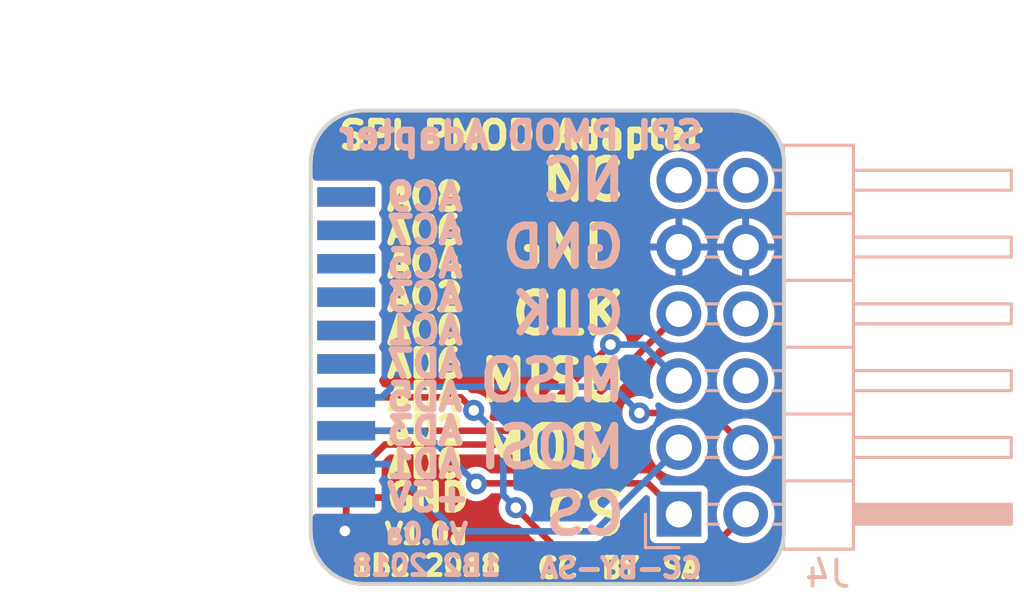
<source format=kicad_pcb>
(kicad_pcb (version 20221018) (generator pcbnew)
  (title_block (title "ftdi spi pmod adapter") (rev "V1.0a") (company "1BitSquared") (comment 1 "2018 (C) 1BitSquared <info@1bitsquared.com>") (comment 2 "2018 (C) Piotr Esden-Tempski <piotr@esden.net>") (comment 3 "License: CC-BY-SA 4.0"))
  (layers (0 "F.Cu" signal) (31 "B.Cu" signal) (34 "B.Paste" user) (35 "F.Paste" user) (36 "B.SilkS" user "B.Silkscreen") (37 "F.SilkS" user "F.Silkscreen") (38 "B.Mask" user) (39 "F.Mask" user) (44 "Edge.Cuts" user))
  (net 0 "")
  (net 1 "GND")
  (net 2 "+5V")
  (net 3 "/DO")
  (net 4 "/CS")
  (net 5 "/GPIOL1")
  (net 6 "/GPIOL3")
  (net 7 "/SK")
  (net 8 "/DI")
  (net 9 "/GPIOL0")
  (net 10 "/GPIOL2")
  (net 11 "/GPIOH0")
  (net 12 "/GPIOH2")
  (net 13 "/GPIOH4")
  (net 14 "/GPIOH6")
  (net 15 "/GPIOH8")
  (net 16 "/GPIOH1")
  (net 17 "/GPIOH3")
  (net 18 "/GPIOH5")
  (net 19 "/GPIOH7")
  (net 20 "/GPIOH9")
  (net 21 "Net-(J4-Pad6)")
  (net 22 "Net-(J4-Pad8)")
  (net 23 "Net-(J4-Pad11)")
  (net 24 "Net-(J4-Pad12)")
  (footprint "pkl_samtec:FTSH-EDGE-20pin" (layer "B.Cu") (at 30 44 90)
    (fp_text reference "J1")
    (fp_text value "Conn")
    (pad "1" smd rect (at -5.715 1.35 90) (size 0.74 2.2) (layers "B.Cu" "B.Paste" "B.Mask") (net 2 "+5V"))
    (pad "2" smd rect (at -5.715 1.35 90) (size 0.74 2.2) (layers "F.Cu" "F.Paste" "F.Mask") (net 1 "GND"))
    (pad "3" smd rect (at -4.445 1.35 90) (size 0.74 2.2) (layers "B.Cu" "B.Paste" "B.Mask") (net 3 "/DO"))
    (pad "4" smd rect (at -4.445 1.35 90) (size 0.74 2.2) (layers "F.Cu" "F.Paste" "F.Mask") (net 7 "/SK"))
    (pad "5" smd rect (at -3.175 1.35 90) (size 0.74 2.2) (layers "B.Cu" "B.Paste" "B.Mask") (net 4 "/CS"))
    (pad "6" smd rect (at -3.175 1.35 90) (size 0.74 2.2) (layers "F.Cu" "F.Paste" "F.Mask") (net 8 "/DI"))
    (pad "7" smd rect (at -1.905 1.35 90) (size 0.74 2.2) (layers "B.Cu" "B.Paste" "B.Mask") (net 5 "/GPIOL1"))
    (pad "8" smd rect (at -1.905 1.35 90) (size 0.74 2.2) (layers "F.Cu" "F.Paste" "F.Mask") (net 9 "/GPIOL0"))
    (pad "9" smd rect (at -0.635 1.35 90) (size 0.74 2.2) (layers "B.Cu" "B.Paste" "B.Mask") (net 6 "/GPIOL3"))
    (pad "10" smd rect (at -0.635 1.35 90) (size 0.74 2.2) (layers "F.Cu" "F.Paste" "F.Mask") (net 10 "/GPIOL2"))
    (pad "11" smd rect (at 0.635 1.35 90) (size 0.74 2.2) (layers "B.Cu" "B.Paste" "B.Mask") (net 16 "/GPIOH1"))
    (pad "12" smd rect (at 0.635 1.35 90) (size 0.74 2.2) (layers "F.Cu" "F.Paste" "F.Mask") (net 11 "/GPIOH0"))
    (pad "13" smd rect (at 1.905 1.35 90) (size 0.74 2.2) (layers "B.Cu" "B.Paste" "B.Mask") (net 17 "/GPIOH3"))
    (pad "14" smd rect (at 1.905 1.35 90) (size 0.74 2.2) (layers "F.Cu" "F.Paste" "F.Mask") (net 12 "/GPIOH2"))
    (pad "15" smd rect (at 3.175 1.35 90) (size 0.74 2.2) (layers "B.Cu" "B.Paste" "B.Mask") (net 18 "/GPIOH5"))
    (pad "16" smd rect (at 3.175 1.35 90) (size 0.74 2.2) (layers "F.Cu" "F.Paste" "F.Mask") (net 13 "/GPIOH4"))
    (pad "17" smd rect (at 4.445 1.35 90) (size 0.74 2.2) (layers "B.Cu" "B.Paste" "B.Mask") (net 19 "/GPIOH7"))
    (pad "18" smd rect (at 4.445 1.35 90) (size 0.74 2.2) (layers "F.Cu" "F.Paste" "F.Mask") (net 14 "/GPIOH6"))
    (pad "19" smd rect (at 5.715 1.35 90) (size 0.74 2.2) (layers "B.Cu" "B.Paste" "B.Mask") (net 20 "/GPIOH9"))
    (pad "20" smd rect (at 5.715 1.35 90) (size 0.74 2.2) (layers "F.Cu" "F.Paste" "F.Mask") (net 15 "/GPIOH8"))
  )
  (footprint "Connector_PinHeader_2.54mm:PinHeader_2x06_P2.54mm_Horizontal" (layer "B.Cu") (at 44 50.35)
    (fp_text reference "J4" (at 5.655 2.27) (layer "B.SilkS") (effects (justify mirror)))
    (fp_text value "PMOD")
    (fp_line (start -1.27 0) (end -1.27 1.27) (stroke (width 0.12)) (layer "B.SilkS"))
    (fp_line (start -1.27 1.27) (end 0 1.27) (stroke (width 0.12)) (layer "B.SilkS"))
    (fp_line (start 1.042929 -13.08) (end 1.497071 -13.08) (stroke (width 0.12)) (layer "B.SilkS"))
    (fp_line (start 1.042929 -12.32) (end 1.497071 -12.32) (stroke (width 0.12)) (layer "B.SilkS"))
    (fp_line (start 1.042929 -10.54) (end 1.497071 -10.54) (stroke (width 0.12)) (layer "B.SilkS"))
    (fp_line (start 1.042929 -9.78) (end 1.497071 -9.78) (stroke (width 0.12)) (layer "B.SilkS"))
    (fp_line (start 1.042929 -8) (end 1.497071 -8) (stroke (width 0.12)) (layer "B.SilkS"))
    (fp_line (start 1.042929 -7.24) (end 1.497071 -7.24) (stroke (width 0.12)) (layer "B.SilkS"))
    (fp_line (start 1.042929 -5.46) (end 1.497071 -5.46) (stroke (width 0.12)) (layer "B.SilkS"))
    (fp_line (start 1.042929 -4.7) (end 1.497071 -4.7) (stroke (width 0.12)) (layer "B.SilkS"))
    (fp_line (start 1.042929 -2.92) (end 1.497071 -2.92) (stroke (width 0.12)) (layer "B.SilkS"))
    (fp_line (start 1.042929 -2.16) (end 1.497071 -2.16) (stroke (width 0.12)) (layer "B.SilkS"))
    (fp_line (start 1.11 -0.38) (end 1.497071 -0.38) (stroke (width 0.12)) (layer "B.SilkS"))
    (fp_line (start 1.11 0.38) (end 1.497071 0.38) (stroke (width 0.12)) (layer "B.SilkS"))
    (fp_line (start 3.582929 -13.08) (end 3.98 -13.08) (stroke (width 0.12)) (layer "B.SilkS"))
    (fp_line (start 3.582929 -12.32) (end 3.98 -12.32) (stroke (width 0.12)) (layer "B.SilkS"))
    (fp_line (start 3.582929 -10.54) (end 3.98 -10.54) (stroke (width 0.12)) (layer "B.SilkS"))
    (fp_line (start 3.582929 -9.78) (end 3.98 -9.78) (stroke (width 0.12)) (layer "B.SilkS"))
    (fp_line (start 3.582929 -8) (end 3.98 -8) (stroke (width 0.12)) (layer "B.SilkS"))
    (fp_line (start 3.582929 -7.24) (end 3.98 -7.24) (stroke (width 0.12)) (layer "B.SilkS"))
    (fp_line (start 3.582929 -5.46) (end 3.98 -5.46) (stroke (width 0.12)) (layer "B.SilkS"))
    (fp_line (start 3.582929 -4.7) (end 3.98 -4.7) (stroke (width 0.12)) (layer "B.SilkS"))
    (fp_line (start 3.582929 -2.92) (end 3.98 -2.92) (stroke (width 0.12)) (layer "B.SilkS"))
    (fp_line (start 3.582929 -2.16) (end 3.98 -2.16) (stroke (width 0.12)) (layer "B.SilkS"))
    (fp_line (start 3.582929 -0.38) (end 3.98 -0.38) (stroke (width 0.12)) (layer "B.SilkS"))
    (fp_line (start 3.582929 0.38) (end 3.98 0.38) (stroke (width 0.12)) (layer "B.SilkS"))
    (fp_line (start 3.98 -14.03) (end 6.64 -14.03) (stroke (width 0.12)) (layer "B.SilkS"))
    (fp_line (start 3.98 -11.43) (end 6.64 -11.43) (stroke (width 0.12)) (layer "B.SilkS"))
    (fp_line (start 3.98 -8.89) (end 6.64 -8.89) (stroke (width 0.12)) (layer "B.SilkS"))
    (fp_line (start 3.98 -6.35) (end 6.64 -6.35) (stroke (width 0.12)) (layer "B.SilkS"))
    (fp_line (start 3.98 -3.81) (end 6.64 -3.81) (stroke (width 0.12)) (layer "B.SilkS"))
    (fp_line (start 3.98 -1.27) (end 6.64 -1.27) (stroke (width 0.12)) (layer "B.SilkS"))
    (fp_line (start 3.98 1.33) (end 3.98 -14.03) (stroke (width 0.12)) (layer "B.SilkS"))
    (fp_line (start 6.64 -14.03) (end 6.64 1.33) (stroke (width 0.12)) (layer "B.SilkS"))
    (fp_line (start 6.64 -12.32) (end 12.64 -12.32) (stroke (width 0.12)) (layer "B.SilkS"))
    (fp_line (start 6.64 -9.78) (end 12.64 -9.78) (stroke (width 0.12)) (layer "B.SilkS"))
    (fp_line (start 6.64 -7.24) (end 12.64 -7.24) (stroke (width 0.12)) (layer "B.SilkS"))
    (fp_line (start 6.64 -4.7) (end 12.64 -4.7) (stroke (width 0.12)) (layer "B.SilkS"))
    (fp_line (start 6.64 -2.16) (end 12.64 -2.16) (stroke (width 0.12)) (layer "B.SilkS"))
    (fp_line (start 6.64 -0.28) (end 12.64 -0.28) (stroke (width 0.12)) (layer "B.SilkS"))
    (fp_line (start 6.64 -0.16) (end 12.64 -0.16) (stroke (width 0.12)) (layer "B.SilkS"))
    (fp_line (start 6.64 -0.04) (end 12.64 -0.04) (stroke (width 0.12)) (layer "B.SilkS"))
    (fp_line (start 6.64 0.08) (end 12.64 0.08) (stroke (width 0.12)) (layer "B.SilkS"))
    (fp_line (start 6.64 0.2) (end 12.64 0.2) (stroke (width 0.12)) (layer "B.SilkS"))
    (fp_line (start 6.64 0.32) (end 12.64 0.32) (stroke (width 0.12)) (layer "B.SilkS"))
    (fp_line (start 6.64 0.38) (end 12.64 0.38) (stroke (width 0.12)) (layer "B.SilkS"))
    (fp_line (start 6.64 1.33) (end 3.98 1.33) (stroke (width 0.12)) (layer "B.SilkS"))
    (fp_line (start 12.64 -13.08) (end 6.64 -13.08) (stroke (width 0.12)) (layer "B.SilkS"))
    (fp_line (start 12.64 -12.32) (end 12.64 -13.08) (stroke (width 0.12)) (layer "B.SilkS"))
    (fp_line (start 12.64 -10.54) (end 6.64 -10.54) (stroke (width 0.12)) (layer "B.SilkS"))
    (fp_line (start 12.64 -9.78) (end 12.64 -10.54) (stroke (width 0.12)) (layer "B.SilkS"))
    (fp_line (start 12.64 -8) (end 6.64 -8) (stroke (width 0.12)) (layer "B.SilkS"))
    (fp_line (start 12.64 -7.24) (end 12.64 -8) (stroke (width 0.12)) (layer "B.SilkS"))
    (fp_line (start 12.64 -5.46) (end 6.64 -5.46) (stroke (width 0.12)) (layer "B.SilkS"))
    (fp_line (start 12.64 -4.7) (end 12.64 -5.46) (stroke (width 0.12)) (layer "B.SilkS"))
    (fp_line (start 12.64 -2.92) (end 6.64 -2.92) (stroke (width 0.12)) (layer "B.SilkS"))
    (fp_line (start 12.64 -2.16) (end 12.64 -2.92) (stroke (width 0.12)) (layer "B.SilkS"))
    (fp_line (start 12.64 -0.38) (end 6.64 -0.38) (stroke (width 0.12)) (layer "B.SilkS"))
    (fp_line (start 12.64 0.38) (end 12.64 -0.38) (stroke (width 0.12)) (layer "B.SilkS"))
    (pad "1" thru_hole rect (at 0 0) (size 1.7 1.7) (drill 1) (layers "*.Cu" "*.Mask") (net 4 "/CS"))
    (pad "2" thru_hole oval (at 2.54 0) (size 1.7 1.7) (drill 1) (layers "*.Cu" "*.Mask") (net 9 "/GPIOL0"))
    (pad "3" thru_hole oval (at 0 -2.54) (size 1.7 1.7) (drill 1) (layers "*.Cu" "*.Mask") (net 3 "/DO"))
    (pad "4" thru_hole oval (at 2.54 -2.54) (size 1.7 1.7) (drill 1) (layers "*.Cu" "*.Mask") (net 5 "/GPIOL1"))
    (pad "5" thru_hole oval (at 0 -5.08) (size 1.7 1.7) (drill 1) (layers "*.Cu" "*.Mask") (net 8 "/DI"))
    (pad "6" thru_hole oval (at 2.54 -5.08) (size 1.7 1.7) (drill 1) (layers "*.Cu" "*.Mask") (net 21 "Net-(J4-Pad6)"))
    (pad "7" thru_hole oval (at 0 -7.62) (size 1.7 1.7) (drill 1) (layers "*.Cu" "*.Mask") (net 7 "/SK"))
    (pad "8" thru_hole oval (at 2.54 -7.62) (size 1.7 1.7) (drill 1) (layers "*.Cu" "*.Mask") (net 22 "Net-(J4-Pad8)"))
    (pad "9" thru_hole oval (at 0 -10.16) (size 1.7 1.7) (drill 1) (layers "*.Cu" "*.Mask") (net 1 "GND"))
    (pad "10" thru_hole oval (at 2.54 -10.16) (size 1.7 1.7) (drill 1) (layers "*.Cu" "*.Mask") (net 1 "GND"))
    (pad "11" thru_hole oval (at 0 -12.7) (size 1.7 1.7) (drill 1) (layers "*.Cu" "*.Mask") (net 23 "Net-(J4-Pad11)"))
    (pad "12" thru_hole oval (at 2.54 -12.7) (size 1.7 1.7) (drill 1) (layers "*.Cu" "*.Mask") (net 24 "Net-(J4-Pad12)"))
  )
  (gr_arc (start 46 35) (mid 47.414214 35.585786) (end 48 37) (stroke (width 0.15)) (layer "Edge.Cuts"))
  (gr_arc (start 32 53) (mid 30.585786 52.414214) (end 30 51) (stroke (width 0.15)) (layer "Edge.Cuts"))
  (gr_arc (start 48 51) (mid 47.414214 52.414214) (end 46 53) (stroke (width 0.15)) (layer "Edge.Cuts"))
  (gr_line (start 32 35) (end 46 35) (stroke (width 0.15)) (layer "Edge.Cuts"))
  (gr_line (start 48 37) (end 48 51) (stroke (width 0.15)) (layer "Edge.Cuts"))
  (gr_line (start 46 53) (end 32 53) (stroke (width 0.15)) (layer "Edge.Cuts"))
  (gr_line (start 30 51) (end 30 37) (stroke (width 0.15)) (layer "Edge.Cuts"))
  (gr_arc (start 30 37) (mid 30.585786 35.585786) (end 32 35) (stroke (width 0.15)) (layer "Edge.Cuts"))
  (gr_text "AC9" (at 32.775 38.285) (layer "B.SilkS") (effects (font (size 1 1) (thickness 0.25)) (justify right mirror)))
  (gr_text "AC7" (at 32.775 39.555) (layer "B.SilkS") (effects (font (size 1 1) (thickness 0.25)) (justify right mirror)))
  (gr_text "AC5" (at 32.775 40.825) (layer "B.SilkS") (effects (font (size 1 1) (thickness 0.25)) (justify right mirror)))
  (gr_text "AC3" (at 32.775 42.095) (layer "B.SilkS") (effects (font (size 1 1) (thickness 0.25)) (justify right mirror)))
  (gr_text "AC1" (at 32.775 43.365) (layer "B.SilkS") (effects (font (size 1 1) (thickness 0.25)) (justify right mirror)))
  (gr_text "AD7" (at 32.775 44.635) (layer "B.SilkS") (effects (font (size 1 1) (thickness 0.25)) (justify right mirror)))
  (gr_text "AD5" (at 32.775 45.905) (layer "B.SilkS") (effects (font (size 1 1) (thickness 0.25)) (justify right mirror)))
  (gr_text "AD3" (at 32.775 47.175) (layer "B.SilkS") (effects (font (size 1 1) (thickness 0.25)) (justify right mirror)))
  (gr_text "AD1" (at 32.775 48.445) (layer "B.SilkS") (effects (font (size 1 1) (thickness 0.25)) (justify right mirror)))
  (gr_text "+5V" (at 32.775 49.715) (layer "B.SilkS") (effects (font (size 1 1) (thickness 0.25)) (justify right mirror)))
  (gr_text "V1.0a\n1B2 2018" (at 34.4 51.7) (layer "B.SilkS") (effects (font (size 0.75 0.75) (thickness 0.1875)) (justify mirror)))
  (gr_text "CC-BY-SA" (at 41.8 52.4) (layer "B.SilkS") (effects (font (size 0.75 0.75) (thickness 0.1875)) (justify mirror)))
  (gr_text "CS" (at 42.095 50.35) (layer "B.SilkS") (effects (font (size 1.5 1.5) (thickness 0.3)) (justify left mirror)))
  (gr_text "CLK" (at 42.095 42.72) (layer "B.SilkS") (effects (font (size 1.5 1.5) (thickness 0.3)) (justify left mirror)))
  (gr_text "MOSI" (at 42.095 47.81) (layer "B.SilkS") (effects (font (size 1.5 1.5) (thickness 0.3)) (justify left mirror)))
  (gr_text "SPI PMOD Adapter" (at 38 35.95) (layer "B.SilkS") (effects (font (size 1 1) (thickness 0.25)) (justify mirror)))
  (gr_text "GND" (at 42.095 40.19) (layer "B.SilkS") (effects (font (size 1.5 1.5) (thickness 0.3)) (justify left mirror)))
  (gr_text "NC" (at 42.095 37.65) (layer "B.SilkS") (effects (font (size 1.5 1.5) (thickness 0.3)) (justify left mirror)))
  (gr_text "MISO" (at 42.095 45.27) (layer "B.SilkS") (effects (font (size 1.5 1.5) (thickness 0.3)) (justify left mirror)))
  (gr_text "GND" (at 32.775 49.715) (layer "F.SilkS") (effects (font (size 1 1) (thickness 0.25)) (justify left)))
  (gr_text "AD0" (at 32.775 48.445) (layer "F.SilkS") (effects (font (size 1 1) (thickness 0.25)) (justify left)))
  (gr_text "AD2" (at 32.775 47.175) (layer "F.SilkS") (effects (font (size 1 1) (thickness 0.25)) (justify left)))
  (gr_text "AD4" (at 32.775 45.905) (layer "F.SilkS") (effects (font (size 1 1) (thickness 0.25)) (justify left)))
  (gr_text "AD6" (at 32.775 44.635) (layer "F.SilkS") (effects (font (size 1 1) (thickness 0.25)) (justify left)))
  (gr_text "AC0" (at 32.775 43.365) (layer "F.SilkS") (effects (font (size 1 1) (thickness 0.25)) (justify left)))
  (gr_text "AC2" (at 32.775 42.095) (layer "F.SilkS") (effects (font (size 1 1) (thickness 0.25)) (justify left)))
  (gr_text "AC4" (at 32.775 40.825) (layer "F.SilkS") (effects (font (size 1 1) (thickness 0.25)) (justify left)))
  (gr_text "AC6" (at 32.775 39.555) (layer "F.SilkS") (effects (font (size 1 1) (thickness 0.25)) (justify left)))
  (gr_text "AC8" (at 32.775 38.285) (layer "F.SilkS") (effects (font (size 1 1) (thickness 0.25)) (justify left)))
  (gr_text "V1.0a\n1B2 2018" (at 34.4 51.7) (layer "F.SilkS") (effects (font (size 0.75 0.75) (thickness 0.1875))))
  (gr_text "CC-BY-SA" (at 41.7 52.4) (layer "F.SilkS") (effects (font (size 0.75 0.75) (thickness 0.1875))))
  (gr_text "MOSI" (at 42.095 47.81) (layer "F.SilkS") (effects (font (size 1.5 1.5) (thickness 0.3)) (justify right)))
  (gr_text "CLK" (at 42.095 42.73) (layer "F.SilkS") (effects (font (size 1.5 1.5) (thickness 0.3)) (justify right)))
  (gr_text "CS" (at 42.095 50.35) (layer "F.SilkS") (effects (font (size 1.5 1.5) (thickness 0.3)) (justify right)))
  (gr_text "MISO" (at 42.095 45.27) (layer "F.SilkS") (effects (font (size 1.5 1.5) (thickness 0.3)) (justify right)))
  (gr_text "GND" (at 42.095 40.19) (layer "F.SilkS") (effects (font (size 1.5 1.5) (thickness 0.3)) (justify right)))
  (gr_text "NC" (at 42.095 37.65) (layer "F.SilkS") (effects (font (size 1.5 1.5) (thickness 0.3)) (justify right)))
  (gr_text "SPI PMOD Adapter" (at 38 35.95) (layer "F.SilkS") (effects (font (size 1 1) (thickness 0.25))))
  (via (at 31.3 50.985) (size 0.8) (drill 0.4) (layers "F.Cu" "B.Cu") (net 1))
  (segment (start 32.945 48.445) (end 35.5 51) (width 0.25) (layer "B.Cu") (net 3))
  (segment (start 35.5 51) (end 40.81 51) (width 0.25) (layer "B.Cu") (net 3))
  (segment (start 31.35 48.445) (end 32.945 48.445) (width 0.25) (layer "B.Cu") (net 3))
  (segment (start 40.81 51) (end 44 47.81) (width 0.25) (layer "B.Cu") (net 3))
  (segment (start 44 50.35) (end 42.824998 49.174998) (width 0.25) (layer "F.Cu") (net 4))
  (segment (start 36.325002 49.174998) (end 36.3 49.2) (width 0.25) (layer "F.Cu") (net 4))
  (segment (start 42.824998 49.174998) (end 36.325002 49.174998) (width 0.25) (layer "F.Cu") (net 4))
  (via (at 36.3 49.2) (size 0.8) (drill 0.4) (layers "F.Cu" "B.Cu") (net 4))
  (segment (start 31.35 47.175) (end 34.275 47.175) (width 0.25) (layer "B.Cu") (net 4))
  (segment (start 34.275 47.175) (end 36.3 49.2) (width 0.25) (layer "B.Cu") (net 4))
  (segment (start 45.23 46.5) (end 46.54 47.81) (width 0.25) (layer "F.Cu") (net 5))
  (segment (start 42.5 46.5) (end 45.23 46.5) (width 0.25) (layer "F.Cu") (net 5))
  (via (at 42.5 46.5) (size 0.8) (drill 0.4) (layers "F.Cu" "B.Cu") (net 5))
  (segment (start 33.105 45.5) (end 41.5 45.5) (width 0.25) (layer "B.Cu") (net 5))
  (segment (start 32.7 45.905) (end 33.105 45.5) (width 0.25) (layer "B.Cu") (net 5))
  (segment (start 41.5 45.5) (end 42.5 46.5) (width 0.25) (layer "B.Cu") (net 5))
  (segment (start 31.35 45.905) (end 32.7 45.905) (width 0.25) (layer "B.Cu") (net 5))
  (segment (start 39.03 47.7) (end 44 42.73) (width 0.25) (layer "F.Cu") (net 7))
  (segment (start 31.35 48.445) (end 32.08 48.445) (width 0.25) (layer "F.Cu") (net 7))
  (segment (start 32.08 48.445) (end 32.825 47.7) (width 0.25) (layer "F.Cu") (net 7))
  (segment (start 32.825 47.7) (end 39.03 47.7) (width 0.25) (layer "F.Cu") (net 7))
  (segment (start 31.35 47.175) (end 38.125 47.175) (width 0.25) (layer "F.Cu") (net 8))
  (segment (start 38.125 47.175) (end 41.4 43.9) (width 0.25) (layer "F.Cu") (net 8))
  (via (at 41.4 43.9) (size 0.8) (drill 0.4) (layers "F.Cu" "B.Cu") (net 8))
  (segment (start 41.4 43.9) (end 42.63 43.9) (width 0.25) (layer "B.Cu") (net 8))
  (segment (start 42.63 43.9) (end 44 45.27) (width 0.25) (layer "B.Cu") (net 8))
  (segment (start 45.29 51.6) (end 39.300004 51.6) (width 0.25) (layer "F.Cu") (net 9))
  (segment (start 46.54 50.35) (end 45.29 51.6) (width 0.25) (layer "F.Cu") (net 9))
  (segment (start 35.705 45.905) (end 36.2 46.4) (width 0.25) (layer "F.Cu") (net 9))
  (segment (start 31.35 45.905) (end 35.705 45.905) (width 0.25) (layer "F.Cu") (net 9))
  (segment (start 39.300004 51.6) (end 37.8 50.099996) (width 0.25) (layer "F.Cu") (net 9))
  (via (at 36.2 46.4) (size 0.8) (drill 0.4) (layers "F.Cu" "B.Cu") (net 9))
  (via (at 37.8 50.099996) (size 0.8) (drill 0.4) (layers "F.Cu" "B.Cu") (net 9))
  (segment (start 37.325002 49.624998) (end 37.325002 47.525002) (width 0.25) (layer "B.Cu") (net 9))
  (segment (start 37.325002 47.525002) (end 36.2 46.4) (width 0.25) (layer "B.Cu") (net 9))
  (segment (start 37.8 50.099996) (end 37.325002 49.624998) (width 0.25) (layer "B.Cu") (net 9))
  (zone (net 1) (net_name "GND") (layer "F.Cu") (connect_pads (clearance 0.25)) (min_thickness 0.25) (fill yes (thermal_gap 0.25) (thermal_bridge_width 0.26))
    (polygon (pts (xy 30 35) (xy 48 35) (xy 48 53) (xy 30 53)))
  )
  (zone (net 1) (net_name "GND") (layer "B.Cu") (connect_pads (clearance 0.25)) (min_thickness 0.25) (fill yes (thermal_gap 0.25) (thermal_bridge_width 0.26))
    (polygon (pts (xy 30 35) (xy 48 35) (xy 48 53) (xy 30 53)))
  )
)
</source>
